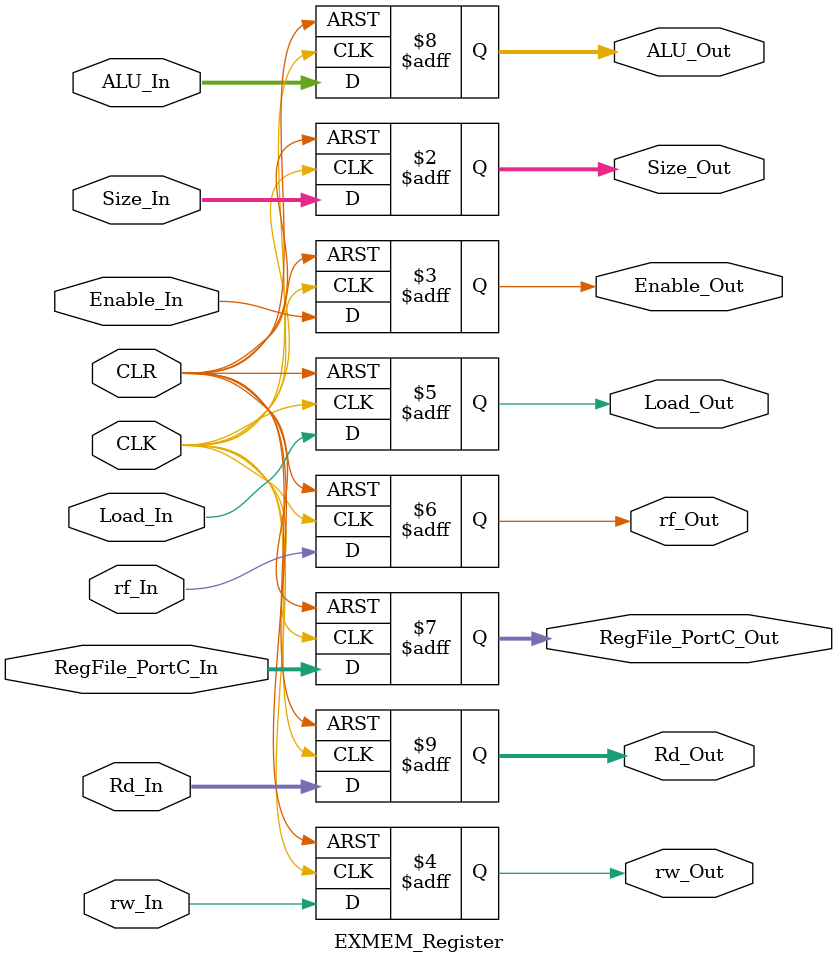
<source format=v>
module EXMEM_Register (
    output reg [1:0] Size_Out,
    output reg Enable_Out,
    output reg rw_Out,
    output reg Load_Out,
    output reg rf_Out,
    output reg [31:0] RegFile_PortC_Out,
    output reg [31:0] ALU_Out,
    output reg [3:0] Rd_Out,
    input [1:0] Size_In,
    input Enable_In,
    input rw_In,
    input Load_In,
    input rf_In,
    input [31:0] RegFile_PortC_In,
    input [31:0] ALU_In,
    input [3:0] Rd_In,
    input CLK,
    input CLR
    );


    always@(posedge CLK,posedge CLR) begin
        if(CLR) begin
            Load_Out <= 1'b0;
            rf_Out <= 1'b0;
            Size_Out <= 2'b00;
            Enable_Out <= 1'b0;
            rw_Out <= 1'b0;
            RegFile_PortC_Out <= 32'b00000000000000000000000000000000;
            ALU_Out <= 32'b00000000000000000000000000000000;
            Rd_Out <= 4'b0000;
        end else begin
            Load_Out <= Load_In;
            rf_Out <= rf_In;
            Size_Out <= Size_In;
            Enable_Out <= Enable_In;
            rw_Out <= rw_In;
            RegFile_PortC_Out <= RegFile_PortC_In;
            ALU_Out <= ALU_In;
            Rd_Out <= Rd_In;
        end
    end
endmodule
</source>
